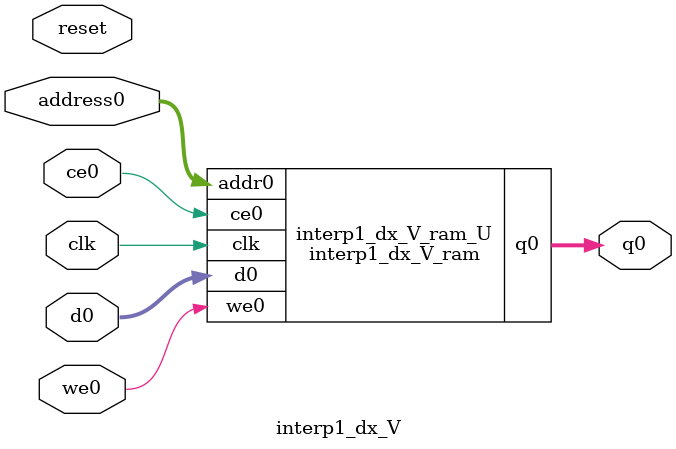
<source format=v>

`timescale 1 ns / 1 ps
module interp1_dx_V_ram (addr0, ce0, d0, we0, q0,  clk);

parameter DWIDTH = 32;
parameter AWIDTH = 9;
parameter MEM_SIZE = 323;

input[AWIDTH-1:0] addr0;
input ce0;
input[DWIDTH-1:0] d0;
input we0;
output reg[DWIDTH-1:0] q0;
input clk;

(* ram_style = "block" *)reg [DWIDTH-1:0] ram[MEM_SIZE-1:0];




always @(posedge clk)  
begin 
    if (ce0) 
    begin
        if (we0) 
        begin 
            ram[addr0] <= d0; 
            q0 <= d0;
        end 
        else 
            q0 <= ram[addr0];
    end
end


endmodule


`timescale 1 ns / 1 ps
module interp1_dx_V(
    reset,
    clk,
    address0,
    ce0,
    we0,
    d0,
    q0);

parameter DataWidth = 32'd32;
parameter AddressRange = 32'd323;
parameter AddressWidth = 32'd9;
input reset;
input clk;
input[AddressWidth - 1:0] address0;
input ce0;
input we0;
input[DataWidth - 1:0] d0;
output[DataWidth - 1:0] q0;




interp1_dx_V_ram interp1_dx_V_ram_U(
    .clk( clk ),
    .addr0( address0 ),
    .ce0( ce0 ),
    .d0( d0 ),
    .we0( we0 ),
    .q0( q0 ));

endmodule


</source>
